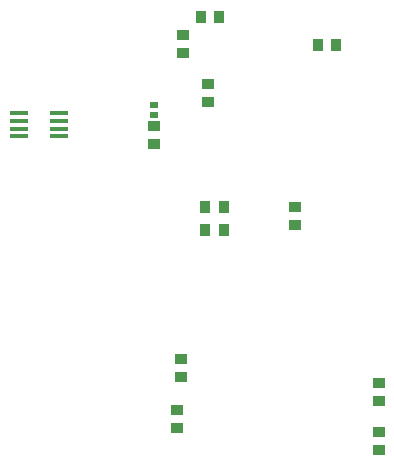
<source format=gbr>
%TF.GenerationSoftware,KiCad,Pcbnew,(5.1.8)-1*%
%TF.CreationDate,2021-05-15T14:33:14+08:00*%
%TF.ProjectId,ccd_with_stm32,6363645f-7769-4746-985f-73746d33322e,rev?*%
%TF.SameCoordinates,Original*%
%TF.FileFunction,Paste,Bot*%
%TF.FilePolarity,Positive*%
%FSLAX46Y46*%
G04 Gerber Fmt 4.6, Leading zero omitted, Abs format (unit mm)*
G04 Created by KiCad (PCBNEW (5.1.8)-1) date 2021-05-15 14:33:14*
%MOMM*%
%LPD*%
G01*
G04 APERTURE LIST*
%ADD10R,1.600000X0.300000*%
%ADD11R,0.980000X0.930000*%
%ADD12R,0.650000X0.600000*%
%ADD13R,0.930000X0.980000*%
G04 APERTURE END LIST*
D10*
%TO.C,U2*%
X84533000Y-114976000D03*
X84533000Y-115626000D03*
X84533000Y-116276000D03*
X84533000Y-116926000D03*
X87933000Y-116926000D03*
X87933000Y-116276000D03*
X87933000Y-115626000D03*
X87933000Y-114976000D03*
%TD*%
D11*
%TO.C,R3*%
X100584000Y-114054000D03*
X100584000Y-112514000D03*
%TD*%
D12*
%TO.C,R2*%
X96012000Y-114300000D03*
X96012000Y-115150000D03*
%TD*%
D11*
%TO.C,C15*%
X97917000Y-141613000D03*
X97917000Y-140073000D03*
%TD*%
%TO.C,C14*%
X96012000Y-116070000D03*
X96012000Y-117610000D03*
%TD*%
%TO.C,C13*%
X98425000Y-108323000D03*
X98425000Y-109863000D03*
%TD*%
%TO.C,C12*%
X98298000Y-135755000D03*
X98298000Y-137295000D03*
%TD*%
D13*
%TO.C,C11*%
X101481000Y-106807000D03*
X99941000Y-106807000D03*
%TD*%
%TO.C,C9*%
X111387000Y-109220000D03*
X109847000Y-109220000D03*
%TD*%
D11*
%TO.C,C8*%
X107950000Y-124468000D03*
X107950000Y-122928000D03*
%TD*%
D13*
%TO.C,C6*%
X100322000Y-124841000D03*
X101862000Y-124841000D03*
%TD*%
%TO.C,C5*%
X100322000Y-122936000D03*
X101862000Y-122936000D03*
%TD*%
D11*
%TO.C,C2*%
X115062000Y-137795000D03*
X115062000Y-139335000D03*
%TD*%
%TO.C,C1*%
X115062000Y-143518000D03*
X115062000Y-141978000D03*
%TD*%
M02*

</source>
